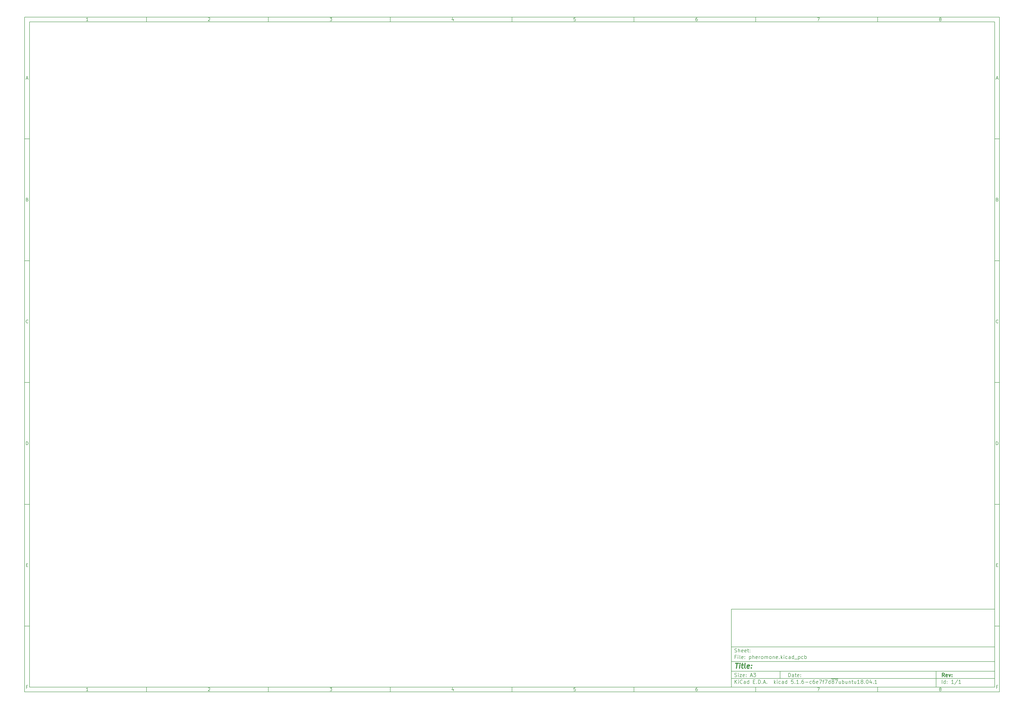
<source format=gtp>
G04 #@! TF.GenerationSoftware,KiCad,Pcbnew,5.1.6-c6e7f7d~87~ubuntu18.04.1*
G04 #@! TF.CreationDate,2020-08-29T00:17:55+02:00*
G04 #@! TF.ProjectId,pheromone,70686572-6f6d-46f6-9e65-2e6b69636164,rev?*
G04 #@! TF.SameCoordinates,Original*
G04 #@! TF.FileFunction,Paste,Top*
G04 #@! TF.FilePolarity,Positive*
%FSLAX46Y46*%
G04 Gerber Fmt 4.6, Leading zero omitted, Abs format (unit mm)*
G04 Created by KiCad (PCBNEW 5.1.6-c6e7f7d~87~ubuntu18.04.1) date 2020-08-29 00:17:55*
%MOMM*%
%LPD*%
G01*
G04 APERTURE LIST*
%ADD10C,0.100000*%
%ADD11C,0.150000*%
%ADD12C,0.300000*%
%ADD13C,0.400000*%
G04 APERTURE END LIST*
D10*
D11*
X299989000Y-253002200D02*
X299989000Y-285002200D01*
X407989000Y-285002200D01*
X407989000Y-253002200D01*
X299989000Y-253002200D01*
D10*
D11*
X10000000Y-10000000D02*
X10000000Y-287002200D01*
X409989000Y-287002200D01*
X409989000Y-10000000D01*
X10000000Y-10000000D01*
D10*
D11*
X12000000Y-12000000D02*
X12000000Y-285002200D01*
X407989000Y-285002200D01*
X407989000Y-12000000D01*
X12000000Y-12000000D01*
D10*
D11*
X60000000Y-12000000D02*
X60000000Y-10000000D01*
D10*
D11*
X110000000Y-12000000D02*
X110000000Y-10000000D01*
D10*
D11*
X160000000Y-12000000D02*
X160000000Y-10000000D01*
D10*
D11*
X210000000Y-12000000D02*
X210000000Y-10000000D01*
D10*
D11*
X260000000Y-12000000D02*
X260000000Y-10000000D01*
D10*
D11*
X310000000Y-12000000D02*
X310000000Y-10000000D01*
D10*
D11*
X360000000Y-12000000D02*
X360000000Y-10000000D01*
D10*
D11*
X36065476Y-11588095D02*
X35322619Y-11588095D01*
X35694047Y-11588095D02*
X35694047Y-10288095D01*
X35570238Y-10473809D01*
X35446428Y-10597619D01*
X35322619Y-10659523D01*
D10*
D11*
X85322619Y-10411904D02*
X85384523Y-10350000D01*
X85508333Y-10288095D01*
X85817857Y-10288095D01*
X85941666Y-10350000D01*
X86003571Y-10411904D01*
X86065476Y-10535714D01*
X86065476Y-10659523D01*
X86003571Y-10845238D01*
X85260714Y-11588095D01*
X86065476Y-11588095D01*
D10*
D11*
X135260714Y-10288095D02*
X136065476Y-10288095D01*
X135632142Y-10783333D01*
X135817857Y-10783333D01*
X135941666Y-10845238D01*
X136003571Y-10907142D01*
X136065476Y-11030952D01*
X136065476Y-11340476D01*
X136003571Y-11464285D01*
X135941666Y-11526190D01*
X135817857Y-11588095D01*
X135446428Y-11588095D01*
X135322619Y-11526190D01*
X135260714Y-11464285D01*
D10*
D11*
X185941666Y-10721428D02*
X185941666Y-11588095D01*
X185632142Y-10226190D02*
X185322619Y-11154761D01*
X186127380Y-11154761D01*
D10*
D11*
X236003571Y-10288095D02*
X235384523Y-10288095D01*
X235322619Y-10907142D01*
X235384523Y-10845238D01*
X235508333Y-10783333D01*
X235817857Y-10783333D01*
X235941666Y-10845238D01*
X236003571Y-10907142D01*
X236065476Y-11030952D01*
X236065476Y-11340476D01*
X236003571Y-11464285D01*
X235941666Y-11526190D01*
X235817857Y-11588095D01*
X235508333Y-11588095D01*
X235384523Y-11526190D01*
X235322619Y-11464285D01*
D10*
D11*
X285941666Y-10288095D02*
X285694047Y-10288095D01*
X285570238Y-10350000D01*
X285508333Y-10411904D01*
X285384523Y-10597619D01*
X285322619Y-10845238D01*
X285322619Y-11340476D01*
X285384523Y-11464285D01*
X285446428Y-11526190D01*
X285570238Y-11588095D01*
X285817857Y-11588095D01*
X285941666Y-11526190D01*
X286003571Y-11464285D01*
X286065476Y-11340476D01*
X286065476Y-11030952D01*
X286003571Y-10907142D01*
X285941666Y-10845238D01*
X285817857Y-10783333D01*
X285570238Y-10783333D01*
X285446428Y-10845238D01*
X285384523Y-10907142D01*
X285322619Y-11030952D01*
D10*
D11*
X335260714Y-10288095D02*
X336127380Y-10288095D01*
X335570238Y-11588095D01*
D10*
D11*
X385570238Y-10845238D02*
X385446428Y-10783333D01*
X385384523Y-10721428D01*
X385322619Y-10597619D01*
X385322619Y-10535714D01*
X385384523Y-10411904D01*
X385446428Y-10350000D01*
X385570238Y-10288095D01*
X385817857Y-10288095D01*
X385941666Y-10350000D01*
X386003571Y-10411904D01*
X386065476Y-10535714D01*
X386065476Y-10597619D01*
X386003571Y-10721428D01*
X385941666Y-10783333D01*
X385817857Y-10845238D01*
X385570238Y-10845238D01*
X385446428Y-10907142D01*
X385384523Y-10969047D01*
X385322619Y-11092857D01*
X385322619Y-11340476D01*
X385384523Y-11464285D01*
X385446428Y-11526190D01*
X385570238Y-11588095D01*
X385817857Y-11588095D01*
X385941666Y-11526190D01*
X386003571Y-11464285D01*
X386065476Y-11340476D01*
X386065476Y-11092857D01*
X386003571Y-10969047D01*
X385941666Y-10907142D01*
X385817857Y-10845238D01*
D10*
D11*
X60000000Y-285002200D02*
X60000000Y-287002200D01*
D10*
D11*
X110000000Y-285002200D02*
X110000000Y-287002200D01*
D10*
D11*
X160000000Y-285002200D02*
X160000000Y-287002200D01*
D10*
D11*
X210000000Y-285002200D02*
X210000000Y-287002200D01*
D10*
D11*
X260000000Y-285002200D02*
X260000000Y-287002200D01*
D10*
D11*
X310000000Y-285002200D02*
X310000000Y-287002200D01*
D10*
D11*
X360000000Y-285002200D02*
X360000000Y-287002200D01*
D10*
D11*
X36065476Y-286590295D02*
X35322619Y-286590295D01*
X35694047Y-286590295D02*
X35694047Y-285290295D01*
X35570238Y-285476009D01*
X35446428Y-285599819D01*
X35322619Y-285661723D01*
D10*
D11*
X85322619Y-285414104D02*
X85384523Y-285352200D01*
X85508333Y-285290295D01*
X85817857Y-285290295D01*
X85941666Y-285352200D01*
X86003571Y-285414104D01*
X86065476Y-285537914D01*
X86065476Y-285661723D01*
X86003571Y-285847438D01*
X85260714Y-286590295D01*
X86065476Y-286590295D01*
D10*
D11*
X135260714Y-285290295D02*
X136065476Y-285290295D01*
X135632142Y-285785533D01*
X135817857Y-285785533D01*
X135941666Y-285847438D01*
X136003571Y-285909342D01*
X136065476Y-286033152D01*
X136065476Y-286342676D01*
X136003571Y-286466485D01*
X135941666Y-286528390D01*
X135817857Y-286590295D01*
X135446428Y-286590295D01*
X135322619Y-286528390D01*
X135260714Y-286466485D01*
D10*
D11*
X185941666Y-285723628D02*
X185941666Y-286590295D01*
X185632142Y-285228390D02*
X185322619Y-286156961D01*
X186127380Y-286156961D01*
D10*
D11*
X236003571Y-285290295D02*
X235384523Y-285290295D01*
X235322619Y-285909342D01*
X235384523Y-285847438D01*
X235508333Y-285785533D01*
X235817857Y-285785533D01*
X235941666Y-285847438D01*
X236003571Y-285909342D01*
X236065476Y-286033152D01*
X236065476Y-286342676D01*
X236003571Y-286466485D01*
X235941666Y-286528390D01*
X235817857Y-286590295D01*
X235508333Y-286590295D01*
X235384523Y-286528390D01*
X235322619Y-286466485D01*
D10*
D11*
X285941666Y-285290295D02*
X285694047Y-285290295D01*
X285570238Y-285352200D01*
X285508333Y-285414104D01*
X285384523Y-285599819D01*
X285322619Y-285847438D01*
X285322619Y-286342676D01*
X285384523Y-286466485D01*
X285446428Y-286528390D01*
X285570238Y-286590295D01*
X285817857Y-286590295D01*
X285941666Y-286528390D01*
X286003571Y-286466485D01*
X286065476Y-286342676D01*
X286065476Y-286033152D01*
X286003571Y-285909342D01*
X285941666Y-285847438D01*
X285817857Y-285785533D01*
X285570238Y-285785533D01*
X285446428Y-285847438D01*
X285384523Y-285909342D01*
X285322619Y-286033152D01*
D10*
D11*
X335260714Y-285290295D02*
X336127380Y-285290295D01*
X335570238Y-286590295D01*
D10*
D11*
X385570238Y-285847438D02*
X385446428Y-285785533D01*
X385384523Y-285723628D01*
X385322619Y-285599819D01*
X385322619Y-285537914D01*
X385384523Y-285414104D01*
X385446428Y-285352200D01*
X385570238Y-285290295D01*
X385817857Y-285290295D01*
X385941666Y-285352200D01*
X386003571Y-285414104D01*
X386065476Y-285537914D01*
X386065476Y-285599819D01*
X386003571Y-285723628D01*
X385941666Y-285785533D01*
X385817857Y-285847438D01*
X385570238Y-285847438D01*
X385446428Y-285909342D01*
X385384523Y-285971247D01*
X385322619Y-286095057D01*
X385322619Y-286342676D01*
X385384523Y-286466485D01*
X385446428Y-286528390D01*
X385570238Y-286590295D01*
X385817857Y-286590295D01*
X385941666Y-286528390D01*
X386003571Y-286466485D01*
X386065476Y-286342676D01*
X386065476Y-286095057D01*
X386003571Y-285971247D01*
X385941666Y-285909342D01*
X385817857Y-285847438D01*
D10*
D11*
X10000000Y-60000000D02*
X12000000Y-60000000D01*
D10*
D11*
X10000000Y-110000000D02*
X12000000Y-110000000D01*
D10*
D11*
X10000000Y-160000000D02*
X12000000Y-160000000D01*
D10*
D11*
X10000000Y-210000000D02*
X12000000Y-210000000D01*
D10*
D11*
X10000000Y-260000000D02*
X12000000Y-260000000D01*
D10*
D11*
X10690476Y-35216666D02*
X11309523Y-35216666D01*
X10566666Y-35588095D02*
X11000000Y-34288095D01*
X11433333Y-35588095D01*
D10*
D11*
X11092857Y-84907142D02*
X11278571Y-84969047D01*
X11340476Y-85030952D01*
X11402380Y-85154761D01*
X11402380Y-85340476D01*
X11340476Y-85464285D01*
X11278571Y-85526190D01*
X11154761Y-85588095D01*
X10659523Y-85588095D01*
X10659523Y-84288095D01*
X11092857Y-84288095D01*
X11216666Y-84350000D01*
X11278571Y-84411904D01*
X11340476Y-84535714D01*
X11340476Y-84659523D01*
X11278571Y-84783333D01*
X11216666Y-84845238D01*
X11092857Y-84907142D01*
X10659523Y-84907142D01*
D10*
D11*
X11402380Y-135464285D02*
X11340476Y-135526190D01*
X11154761Y-135588095D01*
X11030952Y-135588095D01*
X10845238Y-135526190D01*
X10721428Y-135402380D01*
X10659523Y-135278571D01*
X10597619Y-135030952D01*
X10597619Y-134845238D01*
X10659523Y-134597619D01*
X10721428Y-134473809D01*
X10845238Y-134350000D01*
X11030952Y-134288095D01*
X11154761Y-134288095D01*
X11340476Y-134350000D01*
X11402380Y-134411904D01*
D10*
D11*
X10659523Y-185588095D02*
X10659523Y-184288095D01*
X10969047Y-184288095D01*
X11154761Y-184350000D01*
X11278571Y-184473809D01*
X11340476Y-184597619D01*
X11402380Y-184845238D01*
X11402380Y-185030952D01*
X11340476Y-185278571D01*
X11278571Y-185402380D01*
X11154761Y-185526190D01*
X10969047Y-185588095D01*
X10659523Y-185588095D01*
D10*
D11*
X10721428Y-234907142D02*
X11154761Y-234907142D01*
X11340476Y-235588095D02*
X10721428Y-235588095D01*
X10721428Y-234288095D01*
X11340476Y-234288095D01*
D10*
D11*
X11185714Y-284907142D02*
X10752380Y-284907142D01*
X10752380Y-285588095D02*
X10752380Y-284288095D01*
X11371428Y-284288095D01*
D10*
D11*
X409989000Y-60000000D02*
X407989000Y-60000000D01*
D10*
D11*
X409989000Y-110000000D02*
X407989000Y-110000000D01*
D10*
D11*
X409989000Y-160000000D02*
X407989000Y-160000000D01*
D10*
D11*
X409989000Y-210000000D02*
X407989000Y-210000000D01*
D10*
D11*
X409989000Y-260000000D02*
X407989000Y-260000000D01*
D10*
D11*
X408679476Y-35216666D02*
X409298523Y-35216666D01*
X408555666Y-35588095D02*
X408989000Y-34288095D01*
X409422333Y-35588095D01*
D10*
D11*
X409081857Y-84907142D02*
X409267571Y-84969047D01*
X409329476Y-85030952D01*
X409391380Y-85154761D01*
X409391380Y-85340476D01*
X409329476Y-85464285D01*
X409267571Y-85526190D01*
X409143761Y-85588095D01*
X408648523Y-85588095D01*
X408648523Y-84288095D01*
X409081857Y-84288095D01*
X409205666Y-84350000D01*
X409267571Y-84411904D01*
X409329476Y-84535714D01*
X409329476Y-84659523D01*
X409267571Y-84783333D01*
X409205666Y-84845238D01*
X409081857Y-84907142D01*
X408648523Y-84907142D01*
D10*
D11*
X409391380Y-135464285D02*
X409329476Y-135526190D01*
X409143761Y-135588095D01*
X409019952Y-135588095D01*
X408834238Y-135526190D01*
X408710428Y-135402380D01*
X408648523Y-135278571D01*
X408586619Y-135030952D01*
X408586619Y-134845238D01*
X408648523Y-134597619D01*
X408710428Y-134473809D01*
X408834238Y-134350000D01*
X409019952Y-134288095D01*
X409143761Y-134288095D01*
X409329476Y-134350000D01*
X409391380Y-134411904D01*
D10*
D11*
X408648523Y-185588095D02*
X408648523Y-184288095D01*
X408958047Y-184288095D01*
X409143761Y-184350000D01*
X409267571Y-184473809D01*
X409329476Y-184597619D01*
X409391380Y-184845238D01*
X409391380Y-185030952D01*
X409329476Y-185278571D01*
X409267571Y-185402380D01*
X409143761Y-185526190D01*
X408958047Y-185588095D01*
X408648523Y-185588095D01*
D10*
D11*
X408710428Y-234907142D02*
X409143761Y-234907142D01*
X409329476Y-235588095D02*
X408710428Y-235588095D01*
X408710428Y-234288095D01*
X409329476Y-234288095D01*
D10*
D11*
X409174714Y-284907142D02*
X408741380Y-284907142D01*
X408741380Y-285588095D02*
X408741380Y-284288095D01*
X409360428Y-284288095D01*
D10*
D11*
X323421142Y-280780771D02*
X323421142Y-279280771D01*
X323778285Y-279280771D01*
X323992571Y-279352200D01*
X324135428Y-279495057D01*
X324206857Y-279637914D01*
X324278285Y-279923628D01*
X324278285Y-280137914D01*
X324206857Y-280423628D01*
X324135428Y-280566485D01*
X323992571Y-280709342D01*
X323778285Y-280780771D01*
X323421142Y-280780771D01*
X325564000Y-280780771D02*
X325564000Y-279995057D01*
X325492571Y-279852200D01*
X325349714Y-279780771D01*
X325064000Y-279780771D01*
X324921142Y-279852200D01*
X325564000Y-280709342D02*
X325421142Y-280780771D01*
X325064000Y-280780771D01*
X324921142Y-280709342D01*
X324849714Y-280566485D01*
X324849714Y-280423628D01*
X324921142Y-280280771D01*
X325064000Y-280209342D01*
X325421142Y-280209342D01*
X325564000Y-280137914D01*
X326064000Y-279780771D02*
X326635428Y-279780771D01*
X326278285Y-279280771D02*
X326278285Y-280566485D01*
X326349714Y-280709342D01*
X326492571Y-280780771D01*
X326635428Y-280780771D01*
X327706857Y-280709342D02*
X327564000Y-280780771D01*
X327278285Y-280780771D01*
X327135428Y-280709342D01*
X327064000Y-280566485D01*
X327064000Y-279995057D01*
X327135428Y-279852200D01*
X327278285Y-279780771D01*
X327564000Y-279780771D01*
X327706857Y-279852200D01*
X327778285Y-279995057D01*
X327778285Y-280137914D01*
X327064000Y-280280771D01*
X328421142Y-280637914D02*
X328492571Y-280709342D01*
X328421142Y-280780771D01*
X328349714Y-280709342D01*
X328421142Y-280637914D01*
X328421142Y-280780771D01*
X328421142Y-279852200D02*
X328492571Y-279923628D01*
X328421142Y-279995057D01*
X328349714Y-279923628D01*
X328421142Y-279852200D01*
X328421142Y-279995057D01*
D10*
D11*
X299989000Y-281502200D02*
X407989000Y-281502200D01*
D10*
D11*
X301421142Y-283580771D02*
X301421142Y-282080771D01*
X302278285Y-283580771D02*
X301635428Y-282723628D01*
X302278285Y-282080771D02*
X301421142Y-282937914D01*
X302921142Y-283580771D02*
X302921142Y-282580771D01*
X302921142Y-282080771D02*
X302849714Y-282152200D01*
X302921142Y-282223628D01*
X302992571Y-282152200D01*
X302921142Y-282080771D01*
X302921142Y-282223628D01*
X304492571Y-283437914D02*
X304421142Y-283509342D01*
X304206857Y-283580771D01*
X304064000Y-283580771D01*
X303849714Y-283509342D01*
X303706857Y-283366485D01*
X303635428Y-283223628D01*
X303564000Y-282937914D01*
X303564000Y-282723628D01*
X303635428Y-282437914D01*
X303706857Y-282295057D01*
X303849714Y-282152200D01*
X304064000Y-282080771D01*
X304206857Y-282080771D01*
X304421142Y-282152200D01*
X304492571Y-282223628D01*
X305778285Y-283580771D02*
X305778285Y-282795057D01*
X305706857Y-282652200D01*
X305564000Y-282580771D01*
X305278285Y-282580771D01*
X305135428Y-282652200D01*
X305778285Y-283509342D02*
X305635428Y-283580771D01*
X305278285Y-283580771D01*
X305135428Y-283509342D01*
X305064000Y-283366485D01*
X305064000Y-283223628D01*
X305135428Y-283080771D01*
X305278285Y-283009342D01*
X305635428Y-283009342D01*
X305778285Y-282937914D01*
X307135428Y-283580771D02*
X307135428Y-282080771D01*
X307135428Y-283509342D02*
X306992571Y-283580771D01*
X306706857Y-283580771D01*
X306564000Y-283509342D01*
X306492571Y-283437914D01*
X306421142Y-283295057D01*
X306421142Y-282866485D01*
X306492571Y-282723628D01*
X306564000Y-282652200D01*
X306706857Y-282580771D01*
X306992571Y-282580771D01*
X307135428Y-282652200D01*
X308992571Y-282795057D02*
X309492571Y-282795057D01*
X309706857Y-283580771D02*
X308992571Y-283580771D01*
X308992571Y-282080771D01*
X309706857Y-282080771D01*
X310349714Y-283437914D02*
X310421142Y-283509342D01*
X310349714Y-283580771D01*
X310278285Y-283509342D01*
X310349714Y-283437914D01*
X310349714Y-283580771D01*
X311064000Y-283580771D02*
X311064000Y-282080771D01*
X311421142Y-282080771D01*
X311635428Y-282152200D01*
X311778285Y-282295057D01*
X311849714Y-282437914D01*
X311921142Y-282723628D01*
X311921142Y-282937914D01*
X311849714Y-283223628D01*
X311778285Y-283366485D01*
X311635428Y-283509342D01*
X311421142Y-283580771D01*
X311064000Y-283580771D01*
X312564000Y-283437914D02*
X312635428Y-283509342D01*
X312564000Y-283580771D01*
X312492571Y-283509342D01*
X312564000Y-283437914D01*
X312564000Y-283580771D01*
X313206857Y-283152200D02*
X313921142Y-283152200D01*
X313064000Y-283580771D02*
X313564000Y-282080771D01*
X314064000Y-283580771D01*
X314564000Y-283437914D02*
X314635428Y-283509342D01*
X314564000Y-283580771D01*
X314492571Y-283509342D01*
X314564000Y-283437914D01*
X314564000Y-283580771D01*
X317564000Y-283580771D02*
X317564000Y-282080771D01*
X317706857Y-283009342D02*
X318135428Y-283580771D01*
X318135428Y-282580771D02*
X317564000Y-283152200D01*
X318778285Y-283580771D02*
X318778285Y-282580771D01*
X318778285Y-282080771D02*
X318706857Y-282152200D01*
X318778285Y-282223628D01*
X318849714Y-282152200D01*
X318778285Y-282080771D01*
X318778285Y-282223628D01*
X320135428Y-283509342D02*
X319992571Y-283580771D01*
X319706857Y-283580771D01*
X319564000Y-283509342D01*
X319492571Y-283437914D01*
X319421142Y-283295057D01*
X319421142Y-282866485D01*
X319492571Y-282723628D01*
X319564000Y-282652200D01*
X319706857Y-282580771D01*
X319992571Y-282580771D01*
X320135428Y-282652200D01*
X321421142Y-283580771D02*
X321421142Y-282795057D01*
X321349714Y-282652200D01*
X321206857Y-282580771D01*
X320921142Y-282580771D01*
X320778285Y-282652200D01*
X321421142Y-283509342D02*
X321278285Y-283580771D01*
X320921142Y-283580771D01*
X320778285Y-283509342D01*
X320706857Y-283366485D01*
X320706857Y-283223628D01*
X320778285Y-283080771D01*
X320921142Y-283009342D01*
X321278285Y-283009342D01*
X321421142Y-282937914D01*
X322778285Y-283580771D02*
X322778285Y-282080771D01*
X322778285Y-283509342D02*
X322635428Y-283580771D01*
X322349714Y-283580771D01*
X322206857Y-283509342D01*
X322135428Y-283437914D01*
X322064000Y-283295057D01*
X322064000Y-282866485D01*
X322135428Y-282723628D01*
X322206857Y-282652200D01*
X322349714Y-282580771D01*
X322635428Y-282580771D01*
X322778285Y-282652200D01*
X325349714Y-282080771D02*
X324635428Y-282080771D01*
X324564000Y-282795057D01*
X324635428Y-282723628D01*
X324778285Y-282652200D01*
X325135428Y-282652200D01*
X325278285Y-282723628D01*
X325349714Y-282795057D01*
X325421142Y-282937914D01*
X325421142Y-283295057D01*
X325349714Y-283437914D01*
X325278285Y-283509342D01*
X325135428Y-283580771D01*
X324778285Y-283580771D01*
X324635428Y-283509342D01*
X324564000Y-283437914D01*
X326064000Y-283437914D02*
X326135428Y-283509342D01*
X326064000Y-283580771D01*
X325992571Y-283509342D01*
X326064000Y-283437914D01*
X326064000Y-283580771D01*
X327564000Y-283580771D02*
X326706857Y-283580771D01*
X327135428Y-283580771D02*
X327135428Y-282080771D01*
X326992571Y-282295057D01*
X326849714Y-282437914D01*
X326706857Y-282509342D01*
X328206857Y-283437914D02*
X328278285Y-283509342D01*
X328206857Y-283580771D01*
X328135428Y-283509342D01*
X328206857Y-283437914D01*
X328206857Y-283580771D01*
X329564000Y-282080771D02*
X329278285Y-282080771D01*
X329135428Y-282152200D01*
X329064000Y-282223628D01*
X328921142Y-282437914D01*
X328849714Y-282723628D01*
X328849714Y-283295057D01*
X328921142Y-283437914D01*
X328992571Y-283509342D01*
X329135428Y-283580771D01*
X329421142Y-283580771D01*
X329564000Y-283509342D01*
X329635428Y-283437914D01*
X329706857Y-283295057D01*
X329706857Y-282937914D01*
X329635428Y-282795057D01*
X329564000Y-282723628D01*
X329421142Y-282652200D01*
X329135428Y-282652200D01*
X328992571Y-282723628D01*
X328921142Y-282795057D01*
X328849714Y-282937914D01*
X330349714Y-283009342D02*
X331492571Y-283009342D01*
X332849714Y-283509342D02*
X332706857Y-283580771D01*
X332421142Y-283580771D01*
X332278285Y-283509342D01*
X332206857Y-283437914D01*
X332135428Y-283295057D01*
X332135428Y-282866485D01*
X332206857Y-282723628D01*
X332278285Y-282652200D01*
X332421142Y-282580771D01*
X332706857Y-282580771D01*
X332849714Y-282652200D01*
X334135428Y-282080771D02*
X333849714Y-282080771D01*
X333706857Y-282152200D01*
X333635428Y-282223628D01*
X333492571Y-282437914D01*
X333421142Y-282723628D01*
X333421142Y-283295057D01*
X333492571Y-283437914D01*
X333564000Y-283509342D01*
X333706857Y-283580771D01*
X333992571Y-283580771D01*
X334135428Y-283509342D01*
X334206857Y-283437914D01*
X334278285Y-283295057D01*
X334278285Y-282937914D01*
X334206857Y-282795057D01*
X334135428Y-282723628D01*
X333992571Y-282652200D01*
X333706857Y-282652200D01*
X333564000Y-282723628D01*
X333492571Y-282795057D01*
X333421142Y-282937914D01*
X335492571Y-283509342D02*
X335349714Y-283580771D01*
X335064000Y-283580771D01*
X334921142Y-283509342D01*
X334849714Y-283366485D01*
X334849714Y-282795057D01*
X334921142Y-282652200D01*
X335064000Y-282580771D01*
X335349714Y-282580771D01*
X335492571Y-282652200D01*
X335564000Y-282795057D01*
X335564000Y-282937914D01*
X334849714Y-283080771D01*
X336064000Y-282080771D02*
X337064000Y-282080771D01*
X336421142Y-283580771D01*
X337421142Y-282580771D02*
X337992571Y-282580771D01*
X337635428Y-283580771D02*
X337635428Y-282295057D01*
X337706857Y-282152200D01*
X337849714Y-282080771D01*
X337992571Y-282080771D01*
X338349714Y-282080771D02*
X339349714Y-282080771D01*
X338706857Y-283580771D01*
X340564000Y-283580771D02*
X340564000Y-282080771D01*
X340564000Y-283509342D02*
X340421142Y-283580771D01*
X340135428Y-283580771D01*
X339992571Y-283509342D01*
X339921142Y-283437914D01*
X339849714Y-283295057D01*
X339849714Y-282866485D01*
X339921142Y-282723628D01*
X339992571Y-282652200D01*
X340135428Y-282580771D01*
X340421142Y-282580771D01*
X340564000Y-282652200D01*
X340921142Y-281672200D02*
X342349714Y-281672200D01*
X341492571Y-282723628D02*
X341349714Y-282652200D01*
X341278285Y-282580771D01*
X341206857Y-282437914D01*
X341206857Y-282366485D01*
X341278285Y-282223628D01*
X341349714Y-282152200D01*
X341492571Y-282080771D01*
X341778285Y-282080771D01*
X341921142Y-282152200D01*
X341992571Y-282223628D01*
X342064000Y-282366485D01*
X342064000Y-282437914D01*
X341992571Y-282580771D01*
X341921142Y-282652200D01*
X341778285Y-282723628D01*
X341492571Y-282723628D01*
X341349714Y-282795057D01*
X341278285Y-282866485D01*
X341206857Y-283009342D01*
X341206857Y-283295057D01*
X341278285Y-283437914D01*
X341349714Y-283509342D01*
X341492571Y-283580771D01*
X341778285Y-283580771D01*
X341921142Y-283509342D01*
X341992571Y-283437914D01*
X342064000Y-283295057D01*
X342064000Y-283009342D01*
X341992571Y-282866485D01*
X341921142Y-282795057D01*
X341778285Y-282723628D01*
X342349714Y-281672200D02*
X343778285Y-281672200D01*
X342564000Y-282080771D02*
X343564000Y-282080771D01*
X342921142Y-283580771D01*
X344778285Y-282580771D02*
X344778285Y-283580771D01*
X344135428Y-282580771D02*
X344135428Y-283366485D01*
X344206857Y-283509342D01*
X344349714Y-283580771D01*
X344564000Y-283580771D01*
X344706857Y-283509342D01*
X344778285Y-283437914D01*
X345492571Y-283580771D02*
X345492571Y-282080771D01*
X345492571Y-282652200D02*
X345635428Y-282580771D01*
X345921142Y-282580771D01*
X346064000Y-282652200D01*
X346135428Y-282723628D01*
X346206857Y-282866485D01*
X346206857Y-283295057D01*
X346135428Y-283437914D01*
X346064000Y-283509342D01*
X345921142Y-283580771D01*
X345635428Y-283580771D01*
X345492571Y-283509342D01*
X347492571Y-282580771D02*
X347492571Y-283580771D01*
X346849714Y-282580771D02*
X346849714Y-283366485D01*
X346921142Y-283509342D01*
X347064000Y-283580771D01*
X347278285Y-283580771D01*
X347421142Y-283509342D01*
X347492571Y-283437914D01*
X348206857Y-282580771D02*
X348206857Y-283580771D01*
X348206857Y-282723628D02*
X348278285Y-282652200D01*
X348421142Y-282580771D01*
X348635428Y-282580771D01*
X348778285Y-282652200D01*
X348849714Y-282795057D01*
X348849714Y-283580771D01*
X349349714Y-282580771D02*
X349921142Y-282580771D01*
X349564000Y-282080771D02*
X349564000Y-283366485D01*
X349635428Y-283509342D01*
X349778285Y-283580771D01*
X349921142Y-283580771D01*
X351064000Y-282580771D02*
X351064000Y-283580771D01*
X350421142Y-282580771D02*
X350421142Y-283366485D01*
X350492571Y-283509342D01*
X350635428Y-283580771D01*
X350849714Y-283580771D01*
X350992571Y-283509342D01*
X351064000Y-283437914D01*
X352564000Y-283580771D02*
X351706857Y-283580771D01*
X352135428Y-283580771D02*
X352135428Y-282080771D01*
X351992571Y-282295057D01*
X351849714Y-282437914D01*
X351706857Y-282509342D01*
X353421142Y-282723628D02*
X353278285Y-282652200D01*
X353206857Y-282580771D01*
X353135428Y-282437914D01*
X353135428Y-282366485D01*
X353206857Y-282223628D01*
X353278285Y-282152200D01*
X353421142Y-282080771D01*
X353706857Y-282080771D01*
X353849714Y-282152200D01*
X353921142Y-282223628D01*
X353992571Y-282366485D01*
X353992571Y-282437914D01*
X353921142Y-282580771D01*
X353849714Y-282652200D01*
X353706857Y-282723628D01*
X353421142Y-282723628D01*
X353278285Y-282795057D01*
X353206857Y-282866485D01*
X353135428Y-283009342D01*
X353135428Y-283295057D01*
X353206857Y-283437914D01*
X353278285Y-283509342D01*
X353421142Y-283580771D01*
X353706857Y-283580771D01*
X353849714Y-283509342D01*
X353921142Y-283437914D01*
X353992571Y-283295057D01*
X353992571Y-283009342D01*
X353921142Y-282866485D01*
X353849714Y-282795057D01*
X353706857Y-282723628D01*
X354635428Y-283437914D02*
X354706857Y-283509342D01*
X354635428Y-283580771D01*
X354564000Y-283509342D01*
X354635428Y-283437914D01*
X354635428Y-283580771D01*
X355635428Y-282080771D02*
X355778285Y-282080771D01*
X355921142Y-282152200D01*
X355992571Y-282223628D01*
X356064000Y-282366485D01*
X356135428Y-282652200D01*
X356135428Y-283009342D01*
X356064000Y-283295057D01*
X355992571Y-283437914D01*
X355921142Y-283509342D01*
X355778285Y-283580771D01*
X355635428Y-283580771D01*
X355492571Y-283509342D01*
X355421142Y-283437914D01*
X355349714Y-283295057D01*
X355278285Y-283009342D01*
X355278285Y-282652200D01*
X355349714Y-282366485D01*
X355421142Y-282223628D01*
X355492571Y-282152200D01*
X355635428Y-282080771D01*
X357421142Y-282580771D02*
X357421142Y-283580771D01*
X357064000Y-282009342D02*
X356706857Y-283080771D01*
X357635428Y-283080771D01*
X358206857Y-283437914D02*
X358278285Y-283509342D01*
X358206857Y-283580771D01*
X358135428Y-283509342D01*
X358206857Y-283437914D01*
X358206857Y-283580771D01*
X359706857Y-283580771D02*
X358849714Y-283580771D01*
X359278285Y-283580771D02*
X359278285Y-282080771D01*
X359135428Y-282295057D01*
X358992571Y-282437914D01*
X358849714Y-282509342D01*
D10*
D11*
X299989000Y-278502200D02*
X407989000Y-278502200D01*
D10*
D12*
X387398285Y-280780771D02*
X386898285Y-280066485D01*
X386541142Y-280780771D02*
X386541142Y-279280771D01*
X387112571Y-279280771D01*
X387255428Y-279352200D01*
X387326857Y-279423628D01*
X387398285Y-279566485D01*
X387398285Y-279780771D01*
X387326857Y-279923628D01*
X387255428Y-279995057D01*
X387112571Y-280066485D01*
X386541142Y-280066485D01*
X388612571Y-280709342D02*
X388469714Y-280780771D01*
X388184000Y-280780771D01*
X388041142Y-280709342D01*
X387969714Y-280566485D01*
X387969714Y-279995057D01*
X388041142Y-279852200D01*
X388184000Y-279780771D01*
X388469714Y-279780771D01*
X388612571Y-279852200D01*
X388684000Y-279995057D01*
X388684000Y-280137914D01*
X387969714Y-280280771D01*
X389184000Y-279780771D02*
X389541142Y-280780771D01*
X389898285Y-279780771D01*
X390469714Y-280637914D02*
X390541142Y-280709342D01*
X390469714Y-280780771D01*
X390398285Y-280709342D01*
X390469714Y-280637914D01*
X390469714Y-280780771D01*
X390469714Y-279852200D02*
X390541142Y-279923628D01*
X390469714Y-279995057D01*
X390398285Y-279923628D01*
X390469714Y-279852200D01*
X390469714Y-279995057D01*
D10*
D11*
X301349714Y-280709342D02*
X301564000Y-280780771D01*
X301921142Y-280780771D01*
X302064000Y-280709342D01*
X302135428Y-280637914D01*
X302206857Y-280495057D01*
X302206857Y-280352200D01*
X302135428Y-280209342D01*
X302064000Y-280137914D01*
X301921142Y-280066485D01*
X301635428Y-279995057D01*
X301492571Y-279923628D01*
X301421142Y-279852200D01*
X301349714Y-279709342D01*
X301349714Y-279566485D01*
X301421142Y-279423628D01*
X301492571Y-279352200D01*
X301635428Y-279280771D01*
X301992571Y-279280771D01*
X302206857Y-279352200D01*
X302849714Y-280780771D02*
X302849714Y-279780771D01*
X302849714Y-279280771D02*
X302778285Y-279352200D01*
X302849714Y-279423628D01*
X302921142Y-279352200D01*
X302849714Y-279280771D01*
X302849714Y-279423628D01*
X303421142Y-279780771D02*
X304206857Y-279780771D01*
X303421142Y-280780771D01*
X304206857Y-280780771D01*
X305349714Y-280709342D02*
X305206857Y-280780771D01*
X304921142Y-280780771D01*
X304778285Y-280709342D01*
X304706857Y-280566485D01*
X304706857Y-279995057D01*
X304778285Y-279852200D01*
X304921142Y-279780771D01*
X305206857Y-279780771D01*
X305349714Y-279852200D01*
X305421142Y-279995057D01*
X305421142Y-280137914D01*
X304706857Y-280280771D01*
X306064000Y-280637914D02*
X306135428Y-280709342D01*
X306064000Y-280780771D01*
X305992571Y-280709342D01*
X306064000Y-280637914D01*
X306064000Y-280780771D01*
X306064000Y-279852200D02*
X306135428Y-279923628D01*
X306064000Y-279995057D01*
X305992571Y-279923628D01*
X306064000Y-279852200D01*
X306064000Y-279995057D01*
X307849714Y-280352200D02*
X308564000Y-280352200D01*
X307706857Y-280780771D02*
X308206857Y-279280771D01*
X308706857Y-280780771D01*
X309064000Y-279280771D02*
X309992571Y-279280771D01*
X309492571Y-279852200D01*
X309706857Y-279852200D01*
X309849714Y-279923628D01*
X309921142Y-279995057D01*
X309992571Y-280137914D01*
X309992571Y-280495057D01*
X309921142Y-280637914D01*
X309849714Y-280709342D01*
X309706857Y-280780771D01*
X309278285Y-280780771D01*
X309135428Y-280709342D01*
X309064000Y-280637914D01*
D10*
D11*
X386421142Y-283580771D02*
X386421142Y-282080771D01*
X387778285Y-283580771D02*
X387778285Y-282080771D01*
X387778285Y-283509342D02*
X387635428Y-283580771D01*
X387349714Y-283580771D01*
X387206857Y-283509342D01*
X387135428Y-283437914D01*
X387064000Y-283295057D01*
X387064000Y-282866485D01*
X387135428Y-282723628D01*
X387206857Y-282652200D01*
X387349714Y-282580771D01*
X387635428Y-282580771D01*
X387778285Y-282652200D01*
X388492571Y-283437914D02*
X388564000Y-283509342D01*
X388492571Y-283580771D01*
X388421142Y-283509342D01*
X388492571Y-283437914D01*
X388492571Y-283580771D01*
X388492571Y-282652200D02*
X388564000Y-282723628D01*
X388492571Y-282795057D01*
X388421142Y-282723628D01*
X388492571Y-282652200D01*
X388492571Y-282795057D01*
X391135428Y-283580771D02*
X390278285Y-283580771D01*
X390706857Y-283580771D02*
X390706857Y-282080771D01*
X390564000Y-282295057D01*
X390421142Y-282437914D01*
X390278285Y-282509342D01*
X392849714Y-282009342D02*
X391564000Y-283937914D01*
X394135428Y-283580771D02*
X393278285Y-283580771D01*
X393706857Y-283580771D02*
X393706857Y-282080771D01*
X393564000Y-282295057D01*
X393421142Y-282437914D01*
X393278285Y-282509342D01*
D10*
D11*
X299989000Y-274502200D02*
X407989000Y-274502200D01*
D10*
D13*
X301701380Y-275206961D02*
X302844238Y-275206961D01*
X302022809Y-277206961D02*
X302272809Y-275206961D01*
X303260904Y-277206961D02*
X303427571Y-275873628D01*
X303510904Y-275206961D02*
X303403761Y-275302200D01*
X303487095Y-275397438D01*
X303594238Y-275302200D01*
X303510904Y-275206961D01*
X303487095Y-275397438D01*
X304094238Y-275873628D02*
X304856142Y-275873628D01*
X304463285Y-275206961D02*
X304249000Y-276921247D01*
X304320428Y-277111723D01*
X304499000Y-277206961D01*
X304689476Y-277206961D01*
X305641857Y-277206961D02*
X305463285Y-277111723D01*
X305391857Y-276921247D01*
X305606142Y-275206961D01*
X307177571Y-277111723D02*
X306975190Y-277206961D01*
X306594238Y-277206961D01*
X306415666Y-277111723D01*
X306344238Y-276921247D01*
X306439476Y-276159342D01*
X306558523Y-275968866D01*
X306760904Y-275873628D01*
X307141857Y-275873628D01*
X307320428Y-275968866D01*
X307391857Y-276159342D01*
X307368047Y-276349819D01*
X306391857Y-276540295D01*
X308141857Y-277016485D02*
X308225190Y-277111723D01*
X308118047Y-277206961D01*
X308034714Y-277111723D01*
X308141857Y-277016485D01*
X308118047Y-277206961D01*
X308272809Y-275968866D02*
X308356142Y-276064104D01*
X308249000Y-276159342D01*
X308165666Y-276064104D01*
X308272809Y-275968866D01*
X308249000Y-276159342D01*
D10*
D11*
X301921142Y-272595057D02*
X301421142Y-272595057D01*
X301421142Y-273380771D02*
X301421142Y-271880771D01*
X302135428Y-271880771D01*
X302706857Y-273380771D02*
X302706857Y-272380771D01*
X302706857Y-271880771D02*
X302635428Y-271952200D01*
X302706857Y-272023628D01*
X302778285Y-271952200D01*
X302706857Y-271880771D01*
X302706857Y-272023628D01*
X303635428Y-273380771D02*
X303492571Y-273309342D01*
X303421142Y-273166485D01*
X303421142Y-271880771D01*
X304778285Y-273309342D02*
X304635428Y-273380771D01*
X304349714Y-273380771D01*
X304206857Y-273309342D01*
X304135428Y-273166485D01*
X304135428Y-272595057D01*
X304206857Y-272452200D01*
X304349714Y-272380771D01*
X304635428Y-272380771D01*
X304778285Y-272452200D01*
X304849714Y-272595057D01*
X304849714Y-272737914D01*
X304135428Y-272880771D01*
X305492571Y-273237914D02*
X305564000Y-273309342D01*
X305492571Y-273380771D01*
X305421142Y-273309342D01*
X305492571Y-273237914D01*
X305492571Y-273380771D01*
X305492571Y-272452200D02*
X305564000Y-272523628D01*
X305492571Y-272595057D01*
X305421142Y-272523628D01*
X305492571Y-272452200D01*
X305492571Y-272595057D01*
X307349714Y-272380771D02*
X307349714Y-273880771D01*
X307349714Y-272452200D02*
X307492571Y-272380771D01*
X307778285Y-272380771D01*
X307921142Y-272452200D01*
X307992571Y-272523628D01*
X308064000Y-272666485D01*
X308064000Y-273095057D01*
X307992571Y-273237914D01*
X307921142Y-273309342D01*
X307778285Y-273380771D01*
X307492571Y-273380771D01*
X307349714Y-273309342D01*
X308706857Y-273380771D02*
X308706857Y-271880771D01*
X309349714Y-273380771D02*
X309349714Y-272595057D01*
X309278285Y-272452200D01*
X309135428Y-272380771D01*
X308921142Y-272380771D01*
X308778285Y-272452200D01*
X308706857Y-272523628D01*
X310635428Y-273309342D02*
X310492571Y-273380771D01*
X310206857Y-273380771D01*
X310064000Y-273309342D01*
X309992571Y-273166485D01*
X309992571Y-272595057D01*
X310064000Y-272452200D01*
X310206857Y-272380771D01*
X310492571Y-272380771D01*
X310635428Y-272452200D01*
X310706857Y-272595057D01*
X310706857Y-272737914D01*
X309992571Y-272880771D01*
X311349714Y-273380771D02*
X311349714Y-272380771D01*
X311349714Y-272666485D02*
X311421142Y-272523628D01*
X311492571Y-272452200D01*
X311635428Y-272380771D01*
X311778285Y-272380771D01*
X312492571Y-273380771D02*
X312349714Y-273309342D01*
X312278285Y-273237914D01*
X312206857Y-273095057D01*
X312206857Y-272666485D01*
X312278285Y-272523628D01*
X312349714Y-272452200D01*
X312492571Y-272380771D01*
X312706857Y-272380771D01*
X312849714Y-272452200D01*
X312921142Y-272523628D01*
X312992571Y-272666485D01*
X312992571Y-273095057D01*
X312921142Y-273237914D01*
X312849714Y-273309342D01*
X312706857Y-273380771D01*
X312492571Y-273380771D01*
X313635428Y-273380771D02*
X313635428Y-272380771D01*
X313635428Y-272523628D02*
X313706857Y-272452200D01*
X313849714Y-272380771D01*
X314064000Y-272380771D01*
X314206857Y-272452200D01*
X314278285Y-272595057D01*
X314278285Y-273380771D01*
X314278285Y-272595057D02*
X314349714Y-272452200D01*
X314492571Y-272380771D01*
X314706857Y-272380771D01*
X314849714Y-272452200D01*
X314921142Y-272595057D01*
X314921142Y-273380771D01*
X315849714Y-273380771D02*
X315706857Y-273309342D01*
X315635428Y-273237914D01*
X315564000Y-273095057D01*
X315564000Y-272666485D01*
X315635428Y-272523628D01*
X315706857Y-272452200D01*
X315849714Y-272380771D01*
X316064000Y-272380771D01*
X316206857Y-272452200D01*
X316278285Y-272523628D01*
X316349714Y-272666485D01*
X316349714Y-273095057D01*
X316278285Y-273237914D01*
X316206857Y-273309342D01*
X316064000Y-273380771D01*
X315849714Y-273380771D01*
X316992571Y-272380771D02*
X316992571Y-273380771D01*
X316992571Y-272523628D02*
X317064000Y-272452200D01*
X317206857Y-272380771D01*
X317421142Y-272380771D01*
X317564000Y-272452200D01*
X317635428Y-272595057D01*
X317635428Y-273380771D01*
X318921142Y-273309342D02*
X318778285Y-273380771D01*
X318492571Y-273380771D01*
X318349714Y-273309342D01*
X318278285Y-273166485D01*
X318278285Y-272595057D01*
X318349714Y-272452200D01*
X318492571Y-272380771D01*
X318778285Y-272380771D01*
X318921142Y-272452200D01*
X318992571Y-272595057D01*
X318992571Y-272737914D01*
X318278285Y-272880771D01*
X319635428Y-273237914D02*
X319706857Y-273309342D01*
X319635428Y-273380771D01*
X319564000Y-273309342D01*
X319635428Y-273237914D01*
X319635428Y-273380771D01*
X320349714Y-273380771D02*
X320349714Y-271880771D01*
X320492571Y-272809342D02*
X320921142Y-273380771D01*
X320921142Y-272380771D02*
X320349714Y-272952200D01*
X321564000Y-273380771D02*
X321564000Y-272380771D01*
X321564000Y-271880771D02*
X321492571Y-271952200D01*
X321564000Y-272023628D01*
X321635428Y-271952200D01*
X321564000Y-271880771D01*
X321564000Y-272023628D01*
X322921142Y-273309342D02*
X322778285Y-273380771D01*
X322492571Y-273380771D01*
X322349714Y-273309342D01*
X322278285Y-273237914D01*
X322206857Y-273095057D01*
X322206857Y-272666485D01*
X322278285Y-272523628D01*
X322349714Y-272452200D01*
X322492571Y-272380771D01*
X322778285Y-272380771D01*
X322921142Y-272452200D01*
X324206857Y-273380771D02*
X324206857Y-272595057D01*
X324135428Y-272452200D01*
X323992571Y-272380771D01*
X323706857Y-272380771D01*
X323564000Y-272452200D01*
X324206857Y-273309342D02*
X324064000Y-273380771D01*
X323706857Y-273380771D01*
X323564000Y-273309342D01*
X323492571Y-273166485D01*
X323492571Y-273023628D01*
X323564000Y-272880771D01*
X323706857Y-272809342D01*
X324064000Y-272809342D01*
X324206857Y-272737914D01*
X325564000Y-273380771D02*
X325564000Y-271880771D01*
X325564000Y-273309342D02*
X325421142Y-273380771D01*
X325135428Y-273380771D01*
X324992571Y-273309342D01*
X324921142Y-273237914D01*
X324849714Y-273095057D01*
X324849714Y-272666485D01*
X324921142Y-272523628D01*
X324992571Y-272452200D01*
X325135428Y-272380771D01*
X325421142Y-272380771D01*
X325564000Y-272452200D01*
X325921142Y-273523628D02*
X327064000Y-273523628D01*
X327421142Y-272380771D02*
X327421142Y-273880771D01*
X327421142Y-272452200D02*
X327564000Y-272380771D01*
X327849714Y-272380771D01*
X327992571Y-272452200D01*
X328064000Y-272523628D01*
X328135428Y-272666485D01*
X328135428Y-273095057D01*
X328064000Y-273237914D01*
X327992571Y-273309342D01*
X327849714Y-273380771D01*
X327564000Y-273380771D01*
X327421142Y-273309342D01*
X329421142Y-273309342D02*
X329278285Y-273380771D01*
X328992571Y-273380771D01*
X328849714Y-273309342D01*
X328778285Y-273237914D01*
X328706857Y-273095057D01*
X328706857Y-272666485D01*
X328778285Y-272523628D01*
X328849714Y-272452200D01*
X328992571Y-272380771D01*
X329278285Y-272380771D01*
X329421142Y-272452200D01*
X330064000Y-273380771D02*
X330064000Y-271880771D01*
X330064000Y-272452200D02*
X330206857Y-272380771D01*
X330492571Y-272380771D01*
X330635428Y-272452200D01*
X330706857Y-272523628D01*
X330778285Y-272666485D01*
X330778285Y-273095057D01*
X330706857Y-273237914D01*
X330635428Y-273309342D01*
X330492571Y-273380771D01*
X330206857Y-273380771D01*
X330064000Y-273309342D01*
D10*
D11*
X299989000Y-268502200D02*
X407989000Y-268502200D01*
D10*
D11*
X301349714Y-270609342D02*
X301564000Y-270680771D01*
X301921142Y-270680771D01*
X302064000Y-270609342D01*
X302135428Y-270537914D01*
X302206857Y-270395057D01*
X302206857Y-270252200D01*
X302135428Y-270109342D01*
X302064000Y-270037914D01*
X301921142Y-269966485D01*
X301635428Y-269895057D01*
X301492571Y-269823628D01*
X301421142Y-269752200D01*
X301349714Y-269609342D01*
X301349714Y-269466485D01*
X301421142Y-269323628D01*
X301492571Y-269252200D01*
X301635428Y-269180771D01*
X301992571Y-269180771D01*
X302206857Y-269252200D01*
X302849714Y-270680771D02*
X302849714Y-269180771D01*
X303492571Y-270680771D02*
X303492571Y-269895057D01*
X303421142Y-269752200D01*
X303278285Y-269680771D01*
X303064000Y-269680771D01*
X302921142Y-269752200D01*
X302849714Y-269823628D01*
X304778285Y-270609342D02*
X304635428Y-270680771D01*
X304349714Y-270680771D01*
X304206857Y-270609342D01*
X304135428Y-270466485D01*
X304135428Y-269895057D01*
X304206857Y-269752200D01*
X304349714Y-269680771D01*
X304635428Y-269680771D01*
X304778285Y-269752200D01*
X304849714Y-269895057D01*
X304849714Y-270037914D01*
X304135428Y-270180771D01*
X306064000Y-270609342D02*
X305921142Y-270680771D01*
X305635428Y-270680771D01*
X305492571Y-270609342D01*
X305421142Y-270466485D01*
X305421142Y-269895057D01*
X305492571Y-269752200D01*
X305635428Y-269680771D01*
X305921142Y-269680771D01*
X306064000Y-269752200D01*
X306135428Y-269895057D01*
X306135428Y-270037914D01*
X305421142Y-270180771D01*
X306564000Y-269680771D02*
X307135428Y-269680771D01*
X306778285Y-269180771D02*
X306778285Y-270466485D01*
X306849714Y-270609342D01*
X306992571Y-270680771D01*
X307135428Y-270680771D01*
X307635428Y-270537914D02*
X307706857Y-270609342D01*
X307635428Y-270680771D01*
X307564000Y-270609342D01*
X307635428Y-270537914D01*
X307635428Y-270680771D01*
X307635428Y-269752200D02*
X307706857Y-269823628D01*
X307635428Y-269895057D01*
X307564000Y-269823628D01*
X307635428Y-269752200D01*
X307635428Y-269895057D01*
D10*
D11*
X319989000Y-278502200D02*
X319989000Y-281502200D01*
D10*
D11*
X383989000Y-278502200D02*
X383989000Y-285002200D01*
M02*

</source>
